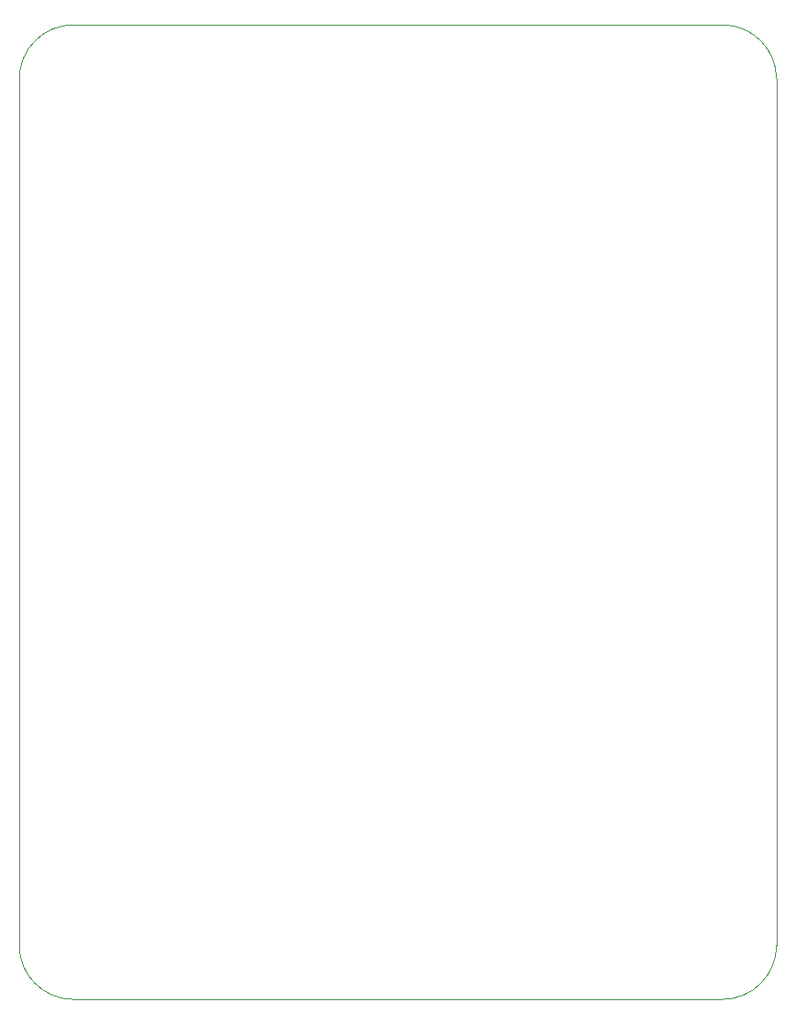
<source format=gbr>
%TF.GenerationSoftware,KiCad,Pcbnew,9.0.2*%
%TF.CreationDate,2025-06-20T16:00:47-04:00*%
%TF.ProjectId,proj02-g05,70726f6a-3032-42d6-9730-352e6b696361,rev?*%
%TF.SameCoordinates,Original*%
%TF.FileFunction,Profile,NP*%
%FSLAX46Y46*%
G04 Gerber Fmt 4.6, Leading zero omitted, Abs format (unit mm)*
G04 Created by KiCad (PCBNEW 9.0.2) date 2025-06-20 16:00:47*
%MOMM*%
%LPD*%
G01*
G04 APERTURE LIST*
%TA.AperFunction,Profile*%
%ADD10C,0.050000*%
%TD*%
G04 APERTURE END LIST*
D10*
X82500000Y-28000000D02*
G75*
G02*
X87500000Y-33000000I0J-5000000D01*
G01*
X87500000Y-113000000D02*
G75*
G02*
X82500000Y-118000000I-5000000J0D01*
G01*
X17500000Y-33000000D02*
G75*
G02*
X22500000Y-28000000I5000000J0D01*
G01*
X87500000Y-33000000D02*
X87500000Y-113000000D01*
X22500000Y-28000000D02*
X82500000Y-28000000D01*
X82500000Y-118000000D02*
X22500000Y-118000000D01*
X22500000Y-118000000D02*
G75*
G02*
X17500000Y-113000000I0J5000000D01*
G01*
X17500000Y-113000000D02*
X17500000Y-33000000D01*
M02*

</source>
